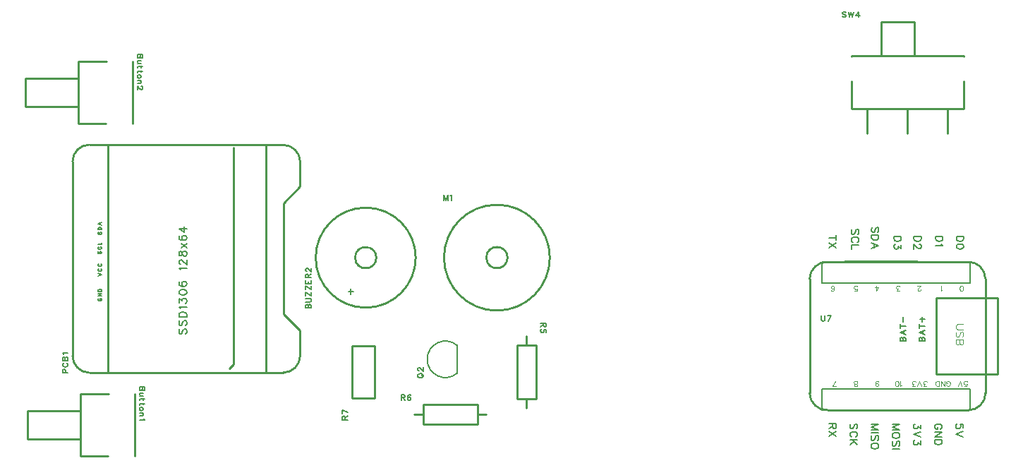
<source format=gto>
G04 Layer: TopSilkscreenLayer*
G04 EasyEDA Pro v2.2.38.8, 2025-04-29 09:25:40*
G04 Gerber Generator version 0.3*
G04 Scale: 100 percent, Rotated: No, Reflected: No*
G04 Dimensions in millimeters*
G04 Leading zeros omitted, absolute positions, 4 integers and 5 decimals*
%FSLAX45Y45*%
%MOMM*%
%ADD10C,0.1524*%
%ADD11C,0.2032*%
%ADD12C,0.08534*%
%ADD13C,0.12192*%
%ADD14C,0.15001*%
%ADD15C,0.2557*%
%ADD16C,0.254*%
%ADD17C,0.127*%
%ADD18C,0.15199*%
G75*


G04 Text Start*
G54D10*
G01X4541605Y-1760021D02*
G01X4541605Y-1825045D01*
G01X4541605Y-1760021D02*
G01X4566497Y-1825045D01*
G01X4591135Y-1760021D02*
G01X4566497Y-1825045D01*
G01X4591135Y-1760021D02*
G01X4591135Y-1825045D01*
G01X4621361Y-1772467D02*
G01X4627457Y-1769165D01*
G01X4636601Y-1760021D01*
G01X4636601Y-1825045D01*
G54D11*
G01X396616Y-2732659D02*
G01X435986Y-2717673D01*
G01X396616Y-2702941D02*
G01X435986Y-2717673D01*
G01X406014Y-2645791D02*
G01X402204Y-2647569D01*
G01X398648Y-2651379D01*
G01X396616Y-2654935D01*
G01X396616Y-2662555D01*
G01X398648Y-2666111D01*
G01X402204Y-2669921D01*
G01X406014Y-2671699D01*
G01X411602Y-2673731D01*
G01X421000Y-2673731D01*
G01X426588Y-2671699D01*
G01X430398Y-2669921D01*
G01X433954Y-2666111D01*
G01X435986Y-2662555D01*
G01X435986Y-2654935D01*
G01X433954Y-2651379D01*
G01X430398Y-2647569D01*
G01X426588Y-2645791D01*
G01X406014Y-2588641D02*
G01X402204Y-2590419D01*
G01X398648Y-2594229D01*
G01X396616Y-2597785D01*
G01X396616Y-2605405D01*
G01X398648Y-2608961D01*
G01X402204Y-2612771D01*
G01X406014Y-2614549D01*
G01X411602Y-2616581D01*
G01X421000Y-2616581D01*
G01X426588Y-2614549D01*
G01X430398Y-2612771D01*
G01X433954Y-2608961D01*
G01X435986Y-2605405D01*
G01X435986Y-2597785D01*
G01X433954Y-2594229D01*
G01X430398Y-2590419D01*
G01X426588Y-2588641D01*
G01X406268Y-3004947D02*
G01X402458Y-3006725D01*
G01X398902Y-3010535D01*
G01X396870Y-3014345D01*
G01X396870Y-3021711D01*
G01X398902Y-3025521D01*
G01X402458Y-3029077D01*
G01X406268Y-3031109D01*
G01X411856Y-3032887D01*
G01X421254Y-3032887D01*
G01X426842Y-3031109D01*
G01X430652Y-3029077D01*
G01X434208Y-3025521D01*
G01X436240Y-3021711D01*
G01X436240Y-3014345D01*
G01X434208Y-3010535D01*
G01X430652Y-3006725D01*
G01X426842Y-3004947D01*
G01X421254Y-3004947D01*
G01X421254Y-3014345D02*
G01X421254Y-3004947D01*
G01X396870Y-2975737D02*
G01X436240Y-2975737D01*
G01X396870Y-2975737D02*
G01X436240Y-2949575D01*
G01X396870Y-2949575D02*
G01X436240Y-2949575D01*
G01X396870Y-2920365D02*
G01X436240Y-2920365D01*
G01X396870Y-2920365D02*
G01X396870Y-2907157D01*
G01X398902Y-2901569D01*
G01X402458Y-2898013D01*
G01X406268Y-2895981D01*
G01X411856Y-2894203D01*
G01X421254Y-2894203D01*
G01X426842Y-2895981D01*
G01X430652Y-2898013D01*
G01X434208Y-2901569D01*
G01X436240Y-2907157D01*
G01X436240Y-2920365D01*
G01X400172Y-2441575D02*
G01X396616Y-2445385D01*
G01X394584Y-2450973D01*
G01X394584Y-2458339D01*
G01X396616Y-2463927D01*
G01X400172Y-2467737D01*
G01X403982Y-2467737D01*
G01X407792Y-2465959D01*
G01X409570Y-2463927D01*
G01X411348Y-2460371D01*
G01X415158Y-2449195D01*
G01X417190Y-2445385D01*
G01X418968Y-2443607D01*
G01X422778Y-2441575D01*
G01X428366Y-2441575D01*
G01X431922Y-2445385D01*
G01X433954Y-2450973D01*
G01X433954Y-2458339D01*
G01X431922Y-2463927D01*
G01X428366Y-2467737D01*
G01X403982Y-2384425D02*
G01X400172Y-2386203D01*
G01X396616Y-2390013D01*
G01X394584Y-2393569D01*
G01X394584Y-2401189D01*
G01X396616Y-2404745D01*
G01X400172Y-2408555D01*
G01X403982Y-2410333D01*
G01X409570Y-2412365D01*
G01X418968Y-2412365D01*
G01X424556Y-2410333D01*
G01X428366Y-2408555D01*
G01X431922Y-2404745D01*
G01X433954Y-2401189D01*
G01X433954Y-2393569D01*
G01X431922Y-2390013D01*
G01X428366Y-2386203D01*
G01X424556Y-2384425D01*
G01X394584Y-2355215D02*
G01X433954Y-2355215D01*
G01X433954Y-2355215D02*
G01X433954Y-2332863D01*
G01X401188Y-2206625D02*
G01X397632Y-2210435D01*
G01X395600Y-2216023D01*
G01X395600Y-2223389D01*
G01X397632Y-2228977D01*
G01X401188Y-2232787D01*
G01X404998Y-2232787D01*
G01X408808Y-2231009D01*
G01X410586Y-2228977D01*
G01X412364Y-2225421D01*
G01X416174Y-2214245D01*
G01X418206Y-2210435D01*
G01X419984Y-2208657D01*
G01X423794Y-2206625D01*
G01X429382Y-2206625D01*
G01X432938Y-2210435D01*
G01X434970Y-2216023D01*
G01X434970Y-2223389D01*
G01X432938Y-2228977D01*
G01X429382Y-2232787D01*
G01X395600Y-2177415D02*
G01X434970Y-2177415D01*
G01X395600Y-2177415D02*
G01X395600Y-2164207D01*
G01X397632Y-2158619D01*
G01X401188Y-2155063D01*
G01X404998Y-2153031D01*
G01X410586Y-2151253D01*
G01X419984Y-2151253D01*
G01X425572Y-2153031D01*
G01X429382Y-2155063D01*
G01X432938Y-2158619D01*
G01X434970Y-2164207D01*
G01X434970Y-2177415D01*
G01X395600Y-2107057D02*
G01X434970Y-2122043D01*
G01X395600Y-2107057D02*
G01X434970Y-2092071D01*
G01X421762Y-2116455D02*
G01X421762Y-2097659D01*
G01X1379972Y-3371469D02*
G01X1371336Y-3380359D01*
G01X1367018Y-3393313D01*
G01X1367018Y-3410839D01*
G01X1371336Y-3424047D01*
G01X1379972Y-3432683D01*
G01X1388862Y-3432683D01*
G01X1397498Y-3428365D01*
G01X1401816Y-3424047D01*
G01X1406134Y-3415157D01*
G01X1415024Y-3388995D01*
G01X1419342Y-3380359D01*
G01X1423660Y-3376041D01*
G01X1432550Y-3371469D01*
G01X1445504Y-3371469D01*
G01X1454394Y-3380359D01*
G01X1458712Y-3393313D01*
G01X1458712Y-3410839D01*
G01X1454394Y-3424047D01*
G01X1445504Y-3432683D01*
G01X1379972Y-3269107D02*
G01X1371336Y-3277743D01*
G01X1367018Y-3290951D01*
G01X1367018Y-3308477D01*
G01X1371336Y-3321431D01*
G01X1379972Y-3330321D01*
G01X1388862Y-3330321D01*
G01X1397498Y-3325749D01*
G01X1401816Y-3321431D01*
G01X1406134Y-3312795D01*
G01X1415024Y-3286633D01*
G01X1419342Y-3277743D01*
G01X1423660Y-3273425D01*
G01X1432550Y-3269107D01*
G01X1445504Y-3269107D01*
G01X1454394Y-3277743D01*
G01X1458712Y-3290951D01*
G01X1458712Y-3308477D01*
G01X1454394Y-3321431D01*
G01X1445504Y-3330321D01*
G01X1367018Y-3227959D02*
G01X1458712Y-3227959D01*
G01X1367018Y-3227959D02*
G01X1367018Y-3197225D01*
G01X1371336Y-3184271D01*
G01X1379972Y-3175381D01*
G01X1388862Y-3171063D01*
G01X1401816Y-3166745D01*
G01X1423660Y-3166745D01*
G01X1436868Y-3171063D01*
G01X1445504Y-3175381D01*
G01X1454394Y-3184271D01*
G01X1458712Y-3197225D01*
G01X1458712Y-3227959D01*
G01X1384544Y-3125597D02*
G01X1379972Y-3116707D01*
G01X1367018Y-3103753D01*
G01X1458712Y-3103753D01*
G01X1367018Y-3053715D02*
G01X1367018Y-3005709D01*
G01X1401816Y-3031871D01*
G01X1401816Y-3018917D01*
G01X1406134Y-3010027D01*
G01X1410706Y-3005709D01*
G01X1423660Y-3001391D01*
G01X1432550Y-3001391D01*
G01X1445504Y-3005709D01*
G01X1454394Y-3014345D01*
G01X1458712Y-3027553D01*
G01X1458712Y-3040761D01*
G01X1454394Y-3053715D01*
G01X1449822Y-3058033D01*
G01X1441186Y-3062605D01*
G01X1367018Y-2933827D02*
G01X1371336Y-2947035D01*
G01X1384544Y-2955671D01*
G01X1406134Y-2960243D01*
G01X1419342Y-2960243D01*
G01X1441186Y-2955671D01*
G01X1454394Y-2947035D01*
G01X1458712Y-2933827D01*
G01X1458712Y-2925191D01*
G01X1454394Y-2911983D01*
G01X1441186Y-2903347D01*
G01X1419342Y-2899029D01*
G01X1406134Y-2899029D01*
G01X1384544Y-2903347D01*
G01X1371336Y-2911983D01*
G01X1367018Y-2925191D01*
G01X1367018Y-2933827D01*
G01X1379972Y-2805303D02*
G01X1371336Y-2809621D01*
G01X1367018Y-2822829D01*
G01X1367018Y-2831465D01*
G01X1371336Y-2844673D01*
G01X1384544Y-2853309D01*
G01X1406134Y-2857881D01*
G01X1427978Y-2857881D01*
G01X1445504Y-2853309D01*
G01X1454394Y-2844673D01*
G01X1458712Y-2831465D01*
G01X1458712Y-2827147D01*
G01X1454394Y-2814193D01*
G01X1445504Y-2805303D01*
G01X1432550Y-2800985D01*
G01X1427978Y-2800985D01*
G01X1415024Y-2805303D01*
G01X1406134Y-2814193D01*
G01X1401816Y-2827147D01*
G01X1401816Y-2831465D01*
G01X1406134Y-2844673D01*
G01X1415024Y-2853309D01*
G01X1427978Y-2857881D01*
G01X1384544Y-2662047D02*
G01X1379972Y-2653157D01*
G01X1367018Y-2640203D01*
G01X1458712Y-2640203D01*
G01X1388862Y-2594483D02*
G01X1384544Y-2594483D01*
G01X1375654Y-2590165D01*
G01X1371336Y-2585847D01*
G01X1367018Y-2577211D01*
G01X1367018Y-2559685D01*
G01X1371336Y-2550795D01*
G01X1375654Y-2546477D01*
G01X1384544Y-2542159D01*
G01X1393180Y-2542159D01*
G01X1401816Y-2546477D01*
G01X1415024Y-2555367D01*
G01X1458712Y-2599055D01*
G01X1458712Y-2537841D01*
G01X1367018Y-2474849D02*
G01X1371336Y-2487803D01*
G01X1379972Y-2492121D01*
G01X1388862Y-2492121D01*
G01X1397498Y-2487803D01*
G01X1401816Y-2479167D01*
G01X1406134Y-2461641D01*
G01X1410706Y-2448433D01*
G01X1419342Y-2439797D01*
G01X1427978Y-2435479D01*
G01X1441186Y-2435479D01*
G01X1449822Y-2439797D01*
G01X1454394Y-2444115D01*
G01X1458712Y-2457323D01*
G01X1458712Y-2474849D01*
G01X1454394Y-2487803D01*
G01X1449822Y-2492121D01*
G01X1441186Y-2496693D01*
G01X1427978Y-2496693D01*
G01X1419342Y-2492121D01*
G01X1410706Y-2483485D01*
G01X1406134Y-2470277D01*
G01X1401816Y-2453005D01*
G01X1397498Y-2444115D01*
G01X1388862Y-2439797D01*
G01X1379972Y-2439797D01*
G01X1371336Y-2444115D01*
G01X1367018Y-2457323D01*
G01X1367018Y-2474849D01*
G01X1397498Y-2394331D02*
G01X1458712Y-2346071D01*
G01X1397498Y-2346071D02*
G01X1458712Y-2394331D01*
G01X1379972Y-2252345D02*
G01X1371336Y-2256663D01*
G01X1367018Y-2269871D01*
G01X1367018Y-2278507D01*
G01X1371336Y-2291715D01*
G01X1384544Y-2300351D01*
G01X1406134Y-2304923D01*
G01X1427978Y-2304923D01*
G01X1445504Y-2300351D01*
G01X1454394Y-2291715D01*
G01X1458712Y-2278507D01*
G01X1458712Y-2274189D01*
G01X1454394Y-2261235D01*
G01X1445504Y-2252345D01*
G01X1432550Y-2248027D01*
G01X1427978Y-2248027D01*
G01X1415024Y-2252345D01*
G01X1406134Y-2261235D01*
G01X1401816Y-2274189D01*
G01X1401816Y-2278507D01*
G01X1406134Y-2291715D01*
G01X1415024Y-2300351D01*
G01X1427978Y-2304923D01*
G01X1367018Y-2163191D02*
G01X1427978Y-2206879D01*
G01X1427978Y-2141347D01*
G01X1367018Y-2163191D02*
G01X1458712Y-2163191D01*
G54D10*
G01X-30988Y-3898265D02*
G01X34036Y-3898265D01*
G01X-30988Y-3898265D02*
G01X-30988Y-3870325D01*
G01X-27940Y-3861181D01*
G01X-24892Y-3858133D01*
G01X-18542Y-3854831D01*
G01X-9398Y-3854831D01*
G01X-3302Y-3858133D01*
G01X0Y-3861181D01*
G01X3048Y-3870325D01*
G01X3048Y-3898265D01*
G01X-15494Y-3778377D02*
G01X-21844Y-3781425D01*
G01X-27940Y-3787521D01*
G01X-30988Y-3793871D01*
G01X-30988Y-3806063D01*
G01X-27940Y-3812413D01*
G01X-21844Y-3818509D01*
G01X-15494Y-3821557D01*
G01X-6350Y-3824605D01*
G01X9144Y-3824605D01*
G01X18542Y-3821557D01*
G01X24638Y-3818509D01*
G01X30988Y-3812413D01*
G01X34036Y-3806063D01*
G01X34036Y-3793871D01*
G01X30988Y-3787521D01*
G01X24638Y-3781425D01*
G01X18542Y-3778377D01*
G01X-30988Y-3748151D02*
G01X34036Y-3748151D01*
G01X-30988Y-3748151D02*
G01X-30988Y-3720465D01*
G01X-27940Y-3711067D01*
G01X-24892Y-3708019D01*
G01X-18542Y-3704971D01*
G01X-12446Y-3704971D01*
G01X-6350Y-3708019D01*
G01X-3302Y-3711067D01*
G01X0Y-3720465D01*
G01X0Y-3748151D02*
G01X0Y-3720465D01*
G01X3048Y-3711067D01*
G01X6096Y-3708019D01*
G01X12192Y-3704971D01*
G01X21590Y-3704971D01*
G01X27686Y-3708019D01*
G01X30988Y-3711067D01*
G01X34036Y-3720465D01*
G01X34036Y-3748151D01*
G01X-18542Y-3674745D02*
G01X-21844Y-3668649D01*
G01X-30988Y-3659505D01*
G01X34036Y-3659505D01*
G54D12*
G01X10576369Y-4041775D02*
G01X10579417Y-4047871D01*
G01X10585513Y-4053967D01*
G01X10591609Y-4057015D01*
G01X10603547Y-4057015D01*
G01X10609643Y-4053967D01*
G01X10615485Y-4047871D01*
G01X10618533Y-4041775D01*
G01X10621581Y-4032885D01*
G01X10621581Y-4017899D01*
G01X10618533Y-4008755D01*
G01X10615485Y-4002659D01*
G01X10609643Y-3996817D01*
G01X10603547Y-3993769D01*
G01X10591609Y-3993769D01*
G01X10585513Y-3996817D01*
G01X10579417Y-4002659D01*
G01X10576369Y-4008755D01*
G01X10576369Y-4017899D01*
G01X10591609Y-4017899D02*
G01X10576369Y-4017899D01*
G01X10553509Y-4057015D02*
G01X10553509Y-3993769D01*
G01X10553509Y-4057015D02*
G01X10511345Y-3993769D01*
G01X10511345Y-4057015D02*
G01X10511345Y-3993769D01*
G01X10488485Y-4057015D02*
G01X10488485Y-3993769D01*
G01X10488485Y-4057015D02*
G01X10467403Y-4057015D01*
G01X10458259Y-4053967D01*
G01X10452163Y-4047871D01*
G01X10449115Y-4041775D01*
G01X10446321Y-4032885D01*
G01X10446321Y-4017899D01*
G01X10449115Y-4008755D01*
G01X10452163Y-4002659D01*
G01X10458259Y-3996817D01*
G01X10467403Y-3993769D01*
G01X10488485Y-3993769D01*
G01X10790884Y-4057015D02*
G01X10820856Y-4057015D01*
G01X10823904Y-4029837D01*
G01X10820856Y-4032885D01*
G01X10811966Y-4035933D01*
G01X10802822Y-4035933D01*
G01X10793932Y-4032885D01*
G01X10787836Y-4026789D01*
G01X10784788Y-4017899D01*
G01X10784788Y-4011803D01*
G01X10787836Y-4002659D01*
G01X10793932Y-3996817D01*
G01X10802822Y-3993769D01*
G01X10811966Y-3993769D01*
G01X10820856Y-3996817D01*
G01X10823904Y-3999611D01*
G01X10826952Y-4005707D01*
G01X10761928Y-4057015D02*
G01X10737798Y-3993769D01*
G01X10713668Y-4057015D02*
G01X10737798Y-3993769D01*
G01X9472412Y-2913367D02*
G01X9502130Y-2913367D01*
G01X9505178Y-2886697D01*
G01X9502130Y-2889745D01*
G01X9493240Y-2892793D01*
G01X9484350Y-2892793D01*
G01X9475460Y-2889745D01*
G01X9469618Y-2883903D01*
G01X9466570Y-2875013D01*
G01X9466570Y-2868917D01*
G01X9469618Y-2860027D01*
G01X9475460Y-2854185D01*
G01X9484350Y-2851137D01*
G01X9493240Y-2851137D01*
G01X9502130Y-2854185D01*
G01X9505178Y-2857233D01*
G01X9507972Y-2863075D01*
G01X10336085Y-4057015D02*
G01X10303065Y-4057015D01*
G01X10321099Y-4032885D01*
G01X10312209Y-4032885D01*
G01X10306113Y-4029837D01*
G01X10303065Y-4026789D01*
G01X10300017Y-4017899D01*
G01X10300017Y-4011803D01*
G01X10303065Y-4002659D01*
G01X10309161Y-3996817D01*
G01X10318051Y-3993769D01*
G01X10327195Y-3993769D01*
G01X10336085Y-3996817D01*
G01X10339133Y-3999611D01*
G01X10342181Y-4005707D01*
G01X10277157Y-4057015D02*
G01X10253027Y-3993769D01*
G01X10228897Y-4057015D02*
G01X10253027Y-3993769D01*
G01X10199941Y-4057015D02*
G01X10166667Y-4057015D01*
G01X10184955Y-4032885D01*
G01X10175811Y-4032885D01*
G01X10169715Y-4029837D01*
G01X10166667Y-4026789D01*
G01X10163873Y-4017899D01*
G01X10163873Y-4011803D01*
G01X10166667Y-4002659D01*
G01X10172763Y-3996817D01*
G01X10181907Y-3993769D01*
G01X10190797Y-3993769D01*
G01X10199941Y-3996817D01*
G01X10202989Y-3999611D01*
G01X10206037Y-4005707D01*
G01X10039552Y-4044823D02*
G01X10033456Y-4047871D01*
G01X10024566Y-4057015D01*
G01X10024566Y-3993769D01*
G01X9983418Y-4057015D02*
G01X9992562Y-4053967D01*
G01X9998658Y-4044823D01*
G01X10001706Y-4029837D01*
G01X10001706Y-4020693D01*
G01X9998658Y-4005707D01*
G01X9992562Y-3996817D01*
G01X9983418Y-3993769D01*
G01X9977576Y-3993769D01*
G01X9968432Y-3996817D01*
G01X9962336Y-4005707D01*
G01X9959542Y-4020693D01*
G01X9959542Y-4029837D01*
G01X9962336Y-4044823D01*
G01X9968432Y-4053967D01*
G01X9977576Y-4057015D01*
G01X9983418Y-4057015D01*
G01X9212570Y-4056367D02*
G01X9242288Y-3994137D01*
G01X9253972Y-4056367D02*
G01X9212570Y-4056367D01*
G01X9493240Y-4056367D02*
G01X9502130Y-4053319D01*
G01X9505178Y-4047477D01*
G01X9505178Y-4041635D01*
G01X9502130Y-4035793D01*
G01X9496288Y-4032745D01*
G01X9484350Y-4029697D01*
G01X9475460Y-4026903D01*
G01X9469618Y-4020807D01*
G01X9466570Y-4014965D01*
G01X9466570Y-4006075D01*
G01X9469618Y-4000233D01*
G01X9472412Y-3997185D01*
G01X9481302Y-3994137D01*
G01X9493240Y-3994137D01*
G01X9502130Y-3997185D01*
G01X9505178Y-4000233D01*
G01X9507972Y-4006075D01*
G01X9507972Y-4014965D01*
G01X9505178Y-4020807D01*
G01X9499082Y-4026903D01*
G01X9490192Y-4029697D01*
G01X9478508Y-4032745D01*
G01X9472412Y-4035793D01*
G01X9469618Y-4041635D01*
G01X9469618Y-4047477D01*
G01X9472412Y-4053319D01*
G01X9481302Y-4056367D01*
G01X9493240Y-4056367D01*
G01X9723618Y-4035793D02*
G01X9726412Y-4026903D01*
G01X9732508Y-4020807D01*
G01X9741398Y-4018013D01*
G01X9744192Y-4018013D01*
G01X9753082Y-4020807D01*
G01X9759178Y-4026903D01*
G01X9761972Y-4035793D01*
G01X9761972Y-4038587D01*
G01X9759178Y-4047477D01*
G01X9753082Y-4053319D01*
G01X9744192Y-4056367D01*
G01X9741398Y-4056367D01*
G01X9732508Y-4053319D01*
G01X9726412Y-4047477D01*
G01X9723618Y-4035793D01*
G01X9723618Y-4020807D01*
G01X9726412Y-4006075D01*
G01X9732508Y-3997185D01*
G01X9741398Y-3994137D01*
G01X9747240Y-3994137D01*
G01X9756130Y-3997185D01*
G01X9759178Y-4003027D01*
G01X10760192Y-2913367D02*
G01X10769082Y-2910319D01*
G01X10775178Y-2901683D01*
G01X10777972Y-2886697D01*
G01X10777972Y-2877807D01*
G01X10775178Y-2863075D01*
G01X10769082Y-2854185D01*
G01X10760192Y-2851137D01*
G01X10754350Y-2851137D01*
G01X10745460Y-2854185D01*
G01X10739618Y-2863075D01*
G01X10736570Y-2877807D01*
G01X10736570Y-2886697D01*
G01X10739618Y-2901683D01*
G01X10745460Y-2910319D01*
G01X10754350Y-2913367D01*
G01X10760192Y-2913367D01*
G01X10523972Y-2901683D02*
G01X10518130Y-2904477D01*
G01X10509240Y-2913367D01*
G01X10509240Y-2851137D01*
G01X9193012Y-2904477D02*
G01X9196060Y-2910319D01*
G01X9204950Y-2913367D01*
G01X9210792Y-2913367D01*
G01X9219682Y-2910319D01*
G01X9225778Y-2901683D01*
G01X9228572Y-2886697D01*
G01X9228572Y-2871965D01*
G01X9225778Y-2860027D01*
G01X9219682Y-2854185D01*
G01X9210792Y-2851137D01*
G01X9207998Y-2851137D01*
G01X9199108Y-2854185D01*
G01X9193012Y-2860027D01*
G01X9190218Y-2868917D01*
G01X9190218Y-2871965D01*
G01X9193012Y-2880855D01*
G01X9199108Y-2886697D01*
G01X9207998Y-2889745D01*
G01X9210792Y-2889745D01*
G01X9219682Y-2886697D01*
G01X9225778Y-2880855D01*
G01X9228572Y-2871965D01*
G01X10267178Y-2898635D02*
G01X10267178Y-2901683D01*
G01X10264130Y-2907525D01*
G01X10261082Y-2910319D01*
G01X10255240Y-2913367D01*
G01X10243302Y-2913367D01*
G01X10237460Y-2910319D01*
G01X10234412Y-2907525D01*
G01X10231618Y-2901683D01*
G01X10231618Y-2895587D01*
G01X10234412Y-2889745D01*
G01X10240508Y-2880855D01*
G01X10269972Y-2851137D01*
G01X10228570Y-2851137D01*
G01X10010130Y-2913367D02*
G01X9977618Y-2913367D01*
G01X9995398Y-2889745D01*
G01X9986508Y-2889745D01*
G01X9980412Y-2886697D01*
G01X9977618Y-2883903D01*
G01X9974570Y-2875013D01*
G01X9974570Y-2868917D01*
G01X9977618Y-2860027D01*
G01X9983460Y-2854185D01*
G01X9992350Y-2851137D01*
G01X10001240Y-2851137D01*
G01X10010130Y-2854185D01*
G01X10013178Y-2857233D01*
G01X10015972Y-2863075D01*
G01X9732508Y-2913367D02*
G01X9761972Y-2871965D01*
G01X9717522Y-2871965D01*
G01X9732508Y-2913367D02*
G01X9732508Y-2851137D01*
G54D13*
G01X10779409Y-3313808D02*
G01X10714893Y-3313808D01*
G01X10701939Y-3318126D01*
G01X10693303Y-3326762D01*
G01X10689239Y-3339716D01*
G01X10689239Y-3348098D01*
G01X10693303Y-3361052D01*
G01X10701939Y-3369688D01*
G01X10714893Y-3374006D01*
G01X10779409Y-3374006D01*
G01X10766455Y-3466970D02*
G01X10775091Y-3458334D01*
G01X10779409Y-3445634D01*
G01X10779409Y-3428362D01*
G01X10775091Y-3415408D01*
G01X10766455Y-3406772D01*
G01X10757819Y-3406772D01*
G01X10749437Y-3411090D01*
G01X10745119Y-3415408D01*
G01X10740801Y-3424044D01*
G01X10732165Y-3449952D01*
G01X10727847Y-3458334D01*
G01X10723529Y-3462652D01*
G01X10714893Y-3466970D01*
G01X10701939Y-3466970D01*
G01X10693303Y-3458334D01*
G01X10689239Y-3445634D01*
G01X10689239Y-3428362D01*
G01X10693303Y-3415408D01*
G01X10701939Y-3406772D01*
G01X10779409Y-3499736D02*
G01X10689239Y-3499736D01*
G01X10779409Y-3499736D02*
G01X10779409Y-3538598D01*
G01X10775091Y-3551298D01*
G01X10770773Y-3555616D01*
G01X10762137Y-3559934D01*
G01X10753755Y-3559934D01*
G01X10745119Y-3555616D01*
G01X10740801Y-3551298D01*
G01X10736483Y-3538598D01*
G01X10736483Y-3499736D02*
G01X10736483Y-3538598D01*
G01X10732165Y-3551298D01*
G01X10727847Y-3555616D01*
G01X10719211Y-3559934D01*
G01X10706257Y-3559934D01*
G01X10697621Y-3555616D01*
G01X10693303Y-3551298D01*
G01X10689239Y-3538598D01*
G01X10689239Y-3499736D01*
G54D14*
G01X9750359Y-2211739D02*
G01X9758741Y-2203357D01*
G01X9762805Y-2190911D01*
G01X9762805Y-2174401D01*
G01X9758741Y-2161955D01*
G01X9750359Y-2153827D01*
G01X9741977Y-2153827D01*
G01X9733849Y-2157891D01*
G01X9729531Y-2161955D01*
G01X9725467Y-2170337D01*
G01X9717339Y-2194975D01*
G01X9713021Y-2203357D01*
G01X9708957Y-2207421D01*
G01X9700575Y-2211739D01*
G01X9688129Y-2211739D01*
G01X9680001Y-2203357D01*
G01X9675937Y-2190911D01*
G01X9675937Y-2174401D01*
G01X9680001Y-2161955D01*
G01X9688129Y-2153827D01*
G01X9762805Y-2246537D02*
G01X9675937Y-2246537D01*
G01X9762805Y-2246537D02*
G01X9762805Y-2275493D01*
G01X9758741Y-2287939D01*
G01X9750359Y-2296321D01*
G01X9741977Y-2300385D01*
G01X9729531Y-2304449D01*
G01X9708957Y-2304449D01*
G01X9696511Y-2300385D01*
G01X9688129Y-2296321D01*
G01X9680001Y-2287939D01*
G01X9675937Y-2275493D01*
G01X9675937Y-2246537D01*
G01X9762805Y-2372521D02*
G01X9675937Y-2339247D01*
G01X9762805Y-2372521D02*
G01X9675937Y-2405541D01*
G01X9704893Y-2351693D02*
G01X9704893Y-2393095D01*
G01X9510354Y-2231754D02*
G01X9518736Y-2223372D01*
G01X9522800Y-2210926D01*
G01X9522800Y-2194416D01*
G01X9518736Y-2181970D01*
G01X9510354Y-2173842D01*
G01X9501972Y-2173842D01*
G01X9493844Y-2177906D01*
G01X9489526Y-2181970D01*
G01X9485462Y-2190352D01*
G01X9477334Y-2214990D01*
G01X9473016Y-2223372D01*
G01X9468952Y-2227436D01*
G01X9460570Y-2231754D01*
G01X9448124Y-2231754D01*
G01X9439996Y-2223372D01*
G01X9435932Y-2210926D01*
G01X9435932Y-2194416D01*
G01X9439996Y-2181970D01*
G01X9448124Y-2173842D01*
G01X9501972Y-2328782D02*
G01X9510354Y-2324464D01*
G01X9518736Y-2316336D01*
G01X9522800Y-2307954D01*
G01X9522800Y-2291444D01*
G01X9518736Y-2283062D01*
G01X9510354Y-2274934D01*
G01X9501972Y-2270870D01*
G01X9489526Y-2266552D01*
G01X9468952Y-2266552D01*
G01X9456506Y-2270870D01*
G01X9448124Y-2274934D01*
G01X9439996Y-2283062D01*
G01X9435932Y-2291444D01*
G01X9435932Y-2307954D01*
G01X9439996Y-2316336D01*
G01X9448124Y-2324464D01*
G01X9456506Y-2328782D01*
G01X9522800Y-2363580D02*
G01X9435932Y-2363580D01*
G01X9435932Y-2363580D02*
G01X9435932Y-2413364D01*
G01X9252798Y-2274345D02*
G01X9165930Y-2274345D01*
G01X9252798Y-2245389D02*
G01X9252798Y-2303301D01*
G01X9252798Y-2338099D02*
G01X9165930Y-2396011D01*
G01X9252798Y-2396011D02*
G01X9165930Y-2338099D01*
G01X10032807Y-2260782D02*
G01X9945939Y-2260782D01*
G01X10032807Y-2260782D02*
G01X10032807Y-2289738D01*
G01X10028743Y-2301930D01*
G01X10020361Y-2310312D01*
G01X10011979Y-2314376D01*
G01X9999533Y-2318694D01*
G01X9978959Y-2318694D01*
G01X9966513Y-2314376D01*
G01X9958131Y-2310312D01*
G01X9950003Y-2301930D01*
G01X9945939Y-2289738D01*
G01X9945939Y-2260782D01*
G01X10032807Y-2361874D02*
G01X10032807Y-2407340D01*
G01X9999533Y-2382448D01*
G01X9999533Y-2394894D01*
G01X9995469Y-2403276D01*
G01X9991405Y-2407340D01*
G01X9978959Y-2411404D01*
G01X9970577Y-2411404D01*
G01X9958131Y-2407340D01*
G01X9950003Y-2399212D01*
G01X9945939Y-2386766D01*
G01X9945939Y-2374320D01*
G01X9950003Y-2361874D01*
G01X9954067Y-2357810D01*
G01X9962449Y-2353492D01*
G01X10272786Y-2260782D02*
G01X10185918Y-2260782D01*
G01X10272786Y-2260782D02*
G01X10272786Y-2289738D01*
G01X10268722Y-2301930D01*
G01X10260340Y-2310312D01*
G01X10251958Y-2314376D01*
G01X10239512Y-2318694D01*
G01X10218938Y-2318694D01*
G01X10206492Y-2314376D01*
G01X10198110Y-2310312D01*
G01X10189982Y-2301930D01*
G01X10185918Y-2289738D01*
G01X10185918Y-2260782D01*
G01X10251958Y-2357810D02*
G01X10256276Y-2357810D01*
G01X10264404Y-2361874D01*
G01X10268722Y-2365938D01*
G01X10272786Y-2374320D01*
G01X10272786Y-2390830D01*
G01X10268722Y-2399212D01*
G01X10264404Y-2403276D01*
G01X10256276Y-2407340D01*
G01X10247894Y-2407340D01*
G01X10239512Y-2403276D01*
G01X10227320Y-2394894D01*
G01X10185918Y-2353492D01*
G01X10185918Y-2411404D01*
G01X10782793Y-2260782D02*
G01X10695925Y-2260782D01*
G01X10782793Y-2260782D02*
G01X10782793Y-2289738D01*
G01X10778729Y-2301930D01*
G01X10770347Y-2310312D01*
G01X10761965Y-2314376D01*
G01X10749519Y-2318694D01*
G01X10728945Y-2318694D01*
G01X10716499Y-2314376D01*
G01X10708117Y-2310312D01*
G01X10699989Y-2301930D01*
G01X10695925Y-2289738D01*
G01X10695925Y-2260782D01*
G01X10782793Y-2378384D02*
G01X10778729Y-2365938D01*
G01X10766283Y-2357810D01*
G01X10745455Y-2353492D01*
G01X10733009Y-2353492D01*
G01X10712435Y-2357810D01*
G01X10699989Y-2365938D01*
G01X10695925Y-2378384D01*
G01X10695925Y-2386766D01*
G01X10699989Y-2399212D01*
G01X10712435Y-2407340D01*
G01X10733009Y-2411404D01*
G01X10745455Y-2411404D01*
G01X10766283Y-2407340D01*
G01X10778729Y-2399212D01*
G01X10782793Y-2386766D01*
G01X10782793Y-2378384D01*
G01X10532806Y-2260782D02*
G01X10445938Y-2260782D01*
G01X10532806Y-2260782D02*
G01X10532806Y-2289738D01*
G01X10528742Y-2301930D01*
G01X10520360Y-2310312D01*
G01X10511978Y-2314376D01*
G01X10499532Y-2318694D01*
G01X10478958Y-2318694D01*
G01X10466512Y-2314376D01*
G01X10458130Y-2310312D01*
G01X10450002Y-2301930D01*
G01X10445938Y-2289738D01*
G01X10445938Y-2260782D01*
G01X10516296Y-2353492D02*
G01X10520360Y-2361874D01*
G01X10532806Y-2374320D01*
G01X10445938Y-2374320D01*
G01X9760798Y-4512095D02*
G01X9673930Y-4512095D01*
G01X9760798Y-4512095D02*
G01X9673930Y-4545115D01*
G01X9760798Y-4578135D02*
G01X9673930Y-4545115D01*
G01X9760798Y-4578135D02*
G01X9673930Y-4578135D01*
G01X9760798Y-4612933D02*
G01X9673930Y-4612933D01*
G01X9748352Y-4705897D02*
G01X9756734Y-4697515D01*
G01X9760798Y-4685069D01*
G01X9760798Y-4668559D01*
G01X9756734Y-4656113D01*
G01X9748352Y-4647985D01*
G01X9739970Y-4647985D01*
G01X9731842Y-4652049D01*
G01X9727524Y-4656113D01*
G01X9723460Y-4664495D01*
G01X9715332Y-4689387D01*
G01X9711014Y-4697515D01*
G01X9706950Y-4701579D01*
G01X9698568Y-4705897D01*
G01X9686122Y-4705897D01*
G01X9677994Y-4697515D01*
G01X9673930Y-4685069D01*
G01X9673930Y-4668559D01*
G01X9677994Y-4656113D01*
G01X9686122Y-4647985D01*
G01X9760798Y-4765587D02*
G01X9756734Y-4757205D01*
G01X9748352Y-4749077D01*
G01X9739970Y-4745013D01*
G01X9727524Y-4740695D01*
G01X9706950Y-4740695D01*
G01X9694504Y-4745013D01*
G01X9686122Y-4749077D01*
G01X9677994Y-4757205D01*
G01X9673930Y-4765587D01*
G01X9673930Y-4782097D01*
G01X9677994Y-4790479D01*
G01X9686122Y-4798607D01*
G01X9694504Y-4802925D01*
G01X9706950Y-4806989D01*
G01X9727524Y-4806989D01*
G01X9739970Y-4802925D01*
G01X9748352Y-4798607D01*
G01X9756734Y-4790479D01*
G01X9760798Y-4782097D01*
G01X9760798Y-4765587D01*
G01X9494352Y-4566954D02*
G01X9502734Y-4558572D01*
G01X9506798Y-4546126D01*
G01X9506798Y-4529616D01*
G01X9502734Y-4517170D01*
G01X9494352Y-4509042D01*
G01X9485970Y-4509042D01*
G01X9477842Y-4513106D01*
G01X9473524Y-4517170D01*
G01X9469460Y-4525552D01*
G01X9461332Y-4550190D01*
G01X9457014Y-4558572D01*
G01X9452950Y-4562636D01*
G01X9444568Y-4566954D01*
G01X9432122Y-4566954D01*
G01X9423994Y-4558572D01*
G01X9419930Y-4546126D01*
G01X9419930Y-4529616D01*
G01X9423994Y-4517170D01*
G01X9432122Y-4509042D01*
G01X9485970Y-4663982D02*
G01X9494352Y-4659664D01*
G01X9502734Y-4651536D01*
G01X9506798Y-4643154D01*
G01X9506798Y-4626644D01*
G01X9502734Y-4618262D01*
G01X9494352Y-4610134D01*
G01X9485970Y-4606070D01*
G01X9473524Y-4601752D01*
G01X9452950Y-4601752D01*
G01X9440504Y-4606070D01*
G01X9432122Y-4610134D01*
G01X9423994Y-4618262D01*
G01X9419930Y-4626644D01*
G01X9419930Y-4643154D01*
G01X9423994Y-4651536D01*
G01X9432122Y-4659664D01*
G01X9440504Y-4663982D01*
G01X9506798Y-4698780D02*
G01X9419930Y-4698780D01*
G01X9506798Y-4756692D02*
G01X9448886Y-4698780D01*
G01X9469460Y-4719608D02*
G01X9419930Y-4756692D01*
G01X9252798Y-4505989D02*
G01X9165930Y-4505989D01*
G01X9252798Y-4505989D02*
G01X9252798Y-4543073D01*
G01X9248734Y-4555519D01*
G01X9244416Y-4559583D01*
G01X9236288Y-4563901D01*
G01X9227906Y-4563901D01*
G01X9219524Y-4559583D01*
G01X9215460Y-4555519D01*
G01X9211396Y-4543073D01*
G01X9211396Y-4505989D01*
G01X9211396Y-4534945D02*
G01X9165930Y-4563901D01*
G01X9252798Y-4598699D02*
G01X9165930Y-4656611D01*
G01X9252798Y-4656611D02*
G01X9165930Y-4598699D01*
G01X10014798Y-4512095D02*
G01X9927930Y-4512095D01*
G01X10014798Y-4512095D02*
G01X9927930Y-4545115D01*
G01X10014798Y-4578135D02*
G01X9927930Y-4545115D01*
G01X10014798Y-4578135D02*
G01X9927930Y-4578135D01*
G01X10014798Y-4637825D02*
G01X10010734Y-4629443D01*
G01X10002352Y-4621315D01*
G01X9993970Y-4617251D01*
G01X9981524Y-4612933D01*
G01X9960950Y-4612933D01*
G01X9948504Y-4617251D01*
G01X9940122Y-4621315D01*
G01X9931994Y-4629443D01*
G01X9927930Y-4637825D01*
G01X9927930Y-4654335D01*
G01X9931994Y-4662717D01*
G01X9940122Y-4670845D01*
G01X9948504Y-4675163D01*
G01X9960950Y-4679227D01*
G01X9981524Y-4679227D01*
G01X9993970Y-4675163D01*
G01X10002352Y-4670845D01*
G01X10010734Y-4662717D01*
G01X10014798Y-4654335D01*
G01X10014798Y-4637825D01*
G01X10002352Y-4771937D02*
G01X10010734Y-4763809D01*
G01X10014798Y-4751363D01*
G01X10014798Y-4734853D01*
G01X10010734Y-4722407D01*
G01X10002352Y-4714025D01*
G01X9993970Y-4714025D01*
G01X9985842Y-4718343D01*
G01X9981524Y-4722407D01*
G01X9977460Y-4730535D01*
G01X9969332Y-4755427D01*
G01X9965014Y-4763809D01*
G01X9960950Y-4767873D01*
G01X9952568Y-4771937D01*
G01X9940122Y-4771937D01*
G01X9931994Y-4763809D01*
G01X9927930Y-4751363D01*
G01X9927930Y-4734853D01*
G01X9931994Y-4722407D01*
G01X9940122Y-4714025D01*
G01X10014798Y-4806735D02*
G01X9927930Y-4806735D01*
G01X10268798Y-4517170D02*
G01X10268798Y-4562636D01*
G01X10235524Y-4537998D01*
G01X10235524Y-4550190D01*
G01X10231460Y-4558572D01*
G01X10227396Y-4562636D01*
G01X10214950Y-4566954D01*
G01X10206568Y-4566954D01*
G01X10194122Y-4562636D01*
G01X10185994Y-4554508D01*
G01X10181930Y-4542062D01*
G01X10181930Y-4529616D01*
G01X10185994Y-4517170D01*
G01X10190058Y-4513106D01*
G01X10198440Y-4509042D01*
G01X10268798Y-4601752D02*
G01X10181930Y-4635026D01*
G01X10268798Y-4668046D02*
G01X10181930Y-4635026D01*
G01X10268798Y-4711226D02*
G01X10268798Y-4756692D01*
G01X10235524Y-4731800D01*
G01X10235524Y-4744246D01*
G01X10231460Y-4752628D01*
G01X10227396Y-4756692D01*
G01X10214950Y-4760756D01*
G01X10206568Y-4760756D01*
G01X10194122Y-4756692D01*
G01X10185994Y-4748564D01*
G01X10181930Y-4736118D01*
G01X10181930Y-4723672D01*
G01X10185994Y-4711226D01*
G01X10190058Y-4707162D01*
G01X10198440Y-4702844D01*
G01X10776798Y-4555519D02*
G01X10776798Y-4514117D01*
G01X10739460Y-4510053D01*
G01X10743524Y-4514117D01*
G01X10747842Y-4526563D01*
G01X10747842Y-4539009D01*
G01X10743524Y-4551455D01*
G01X10735396Y-4559583D01*
G01X10722950Y-4563901D01*
G01X10714568Y-4563901D01*
G01X10702122Y-4559583D01*
G01X10693994Y-4551455D01*
G01X10689930Y-4539009D01*
G01X10689930Y-4526563D01*
G01X10693994Y-4514117D01*
G01X10698058Y-4510053D01*
G01X10706440Y-4505989D01*
G01X10776798Y-4598699D02*
G01X10689930Y-4631973D01*
G01X10776798Y-4664993D02*
G01X10689930Y-4631973D01*
G01X10501970Y-4571018D02*
G01X10510352Y-4566954D01*
G01X10518734Y-4558572D01*
G01X10522798Y-4550190D01*
G01X10522798Y-4533680D01*
G01X10518734Y-4525552D01*
G01X10510352Y-4517170D01*
G01X10501970Y-4513106D01*
G01X10489524Y-4509042D01*
G01X10468950Y-4509042D01*
G01X10456504Y-4513106D01*
G01X10448122Y-4517170D01*
G01X10439994Y-4525552D01*
G01X10435930Y-4533680D01*
G01X10435930Y-4550190D01*
G01X10439994Y-4558572D01*
G01X10448122Y-4566954D01*
G01X10456504Y-4571018D01*
G01X10468950Y-4571018D01*
G01X10468950Y-4550190D02*
G01X10468950Y-4571018D01*
G01X10522798Y-4605816D02*
G01X10435930Y-4605816D01*
G01X10522798Y-4605816D02*
G01X10435930Y-4663728D01*
G01X10522798Y-4663728D02*
G01X10435930Y-4663728D01*
G01X10522798Y-4698526D02*
G01X10435930Y-4698526D01*
G01X10522798Y-4698526D02*
G01X10522798Y-4727482D01*
G01X10518734Y-4739928D01*
G01X10510352Y-4748310D01*
G01X10501970Y-4752374D01*
G01X10489524Y-4756438D01*
G01X10468950Y-4756438D01*
G01X10456504Y-4752374D01*
G01X10448122Y-4748310D01*
G01X10439994Y-4739928D01*
G01X10435930Y-4727482D01*
G01X10435930Y-4698526D01*
G01X10020822Y-3516059D02*
G01X10088386Y-3516059D01*
G01X10020822Y-3516059D02*
G01X10020822Y-3487103D01*
G01X10023870Y-3477451D01*
G01X10027172Y-3474403D01*
G01X10033522Y-3471101D01*
G01X10040126Y-3471101D01*
G01X10046476Y-3474403D01*
G01X10049778Y-3477451D01*
G01X10052826Y-3487103D01*
G01X10052826Y-3516059D02*
G01X10052826Y-3487103D01*
G01X10056128Y-3477451D01*
G01X10059430Y-3474403D01*
G01X10065780Y-3471101D01*
G01X10075432Y-3471101D01*
G01X10081782Y-3474403D01*
G01X10085084Y-3477451D01*
G01X10088386Y-3487103D01*
G01X10088386Y-3516059D01*
G01X10020822Y-3414967D02*
G01X10088386Y-3440621D01*
G01X10020822Y-3414967D02*
G01X10088386Y-3389059D01*
G01X10065780Y-3430969D02*
G01X10065780Y-3398711D01*
G01X10020822Y-3335973D02*
G01X10088386Y-3335973D01*
G01X10020822Y-3358579D02*
G01X10020822Y-3313621D01*
G01X10059430Y-3283141D02*
G01X10059430Y-3225229D01*
G01X10249422Y-3516059D02*
G01X10316986Y-3516059D01*
G01X10249422Y-3516059D02*
G01X10249422Y-3487103D01*
G01X10252470Y-3477451D01*
G01X10255772Y-3474403D01*
G01X10262122Y-3471101D01*
G01X10268726Y-3471101D01*
G01X10275076Y-3474403D01*
G01X10278378Y-3477451D01*
G01X10281426Y-3487103D01*
G01X10281426Y-3516059D02*
G01X10281426Y-3487103D01*
G01X10284728Y-3477451D01*
G01X10288030Y-3474403D01*
G01X10294380Y-3471101D01*
G01X10304032Y-3471101D01*
G01X10310382Y-3474403D01*
G01X10313684Y-3477451D01*
G01X10316986Y-3487103D01*
G01X10316986Y-3516059D01*
G01X10249422Y-3414967D02*
G01X10316986Y-3440621D01*
G01X10249422Y-3414967D02*
G01X10316986Y-3389059D01*
G01X10294380Y-3430969D02*
G01X10294380Y-3398711D01*
G01X10249422Y-3335973D02*
G01X10316986Y-3335973D01*
G01X10249422Y-3358579D02*
G01X10249422Y-3313621D01*
G01X10259074Y-3254185D02*
G01X10316986Y-3254185D01*
G01X10288030Y-3283141D02*
G01X10288030Y-3225229D01*
G54D10*
G01X9075423Y-3209768D02*
G01X9075423Y-3256250D01*
G01X9078471Y-3265394D01*
G01X9084821Y-3271744D01*
G01X9093965Y-3274792D01*
G01X9100315Y-3274792D01*
G01X9109459Y-3271744D01*
G01X9115555Y-3265394D01*
G01X9118857Y-3256250D01*
G01X9118857Y-3209768D01*
G01X9192263Y-3209768D02*
G01X9161275Y-3274792D01*
G01X9149083Y-3209768D02*
G01X9192263Y-3209768D01*
G01X3398774Y-2919971D02*
G01X3461766Y-2919971D01*
G01X3430270Y-2951467D02*
G01X3430270Y-2888475D01*
G01X2887167Y-3119691D02*
G01X2952191Y-3119691D01*
G01X2887167Y-3119691D02*
G01X2887167Y-3091751D01*
G01X2890215Y-3082607D01*
G01X2893263Y-3079559D01*
G01X2899613Y-3076257D01*
G01X2905709Y-3076257D01*
G01X2911805Y-3079559D01*
G01X2914853Y-3082607D01*
G01X2918155Y-3091751D01*
G01X2918155Y-3119691D02*
G01X2918155Y-3091751D01*
G01X2921203Y-3082607D01*
G01X2924251Y-3079559D01*
G01X2930347Y-3076257D01*
G01X2939745Y-3076257D01*
G01X2945841Y-3079559D01*
G01X2949143Y-3082607D01*
G01X2952191Y-3091751D01*
G01X2952191Y-3119691D01*
G01X2887167Y-3046031D02*
G01X2933649Y-3046031D01*
G01X2942793Y-3042983D01*
G01X2949143Y-3036887D01*
G01X2952191Y-3027489D01*
G01X2952191Y-3021393D01*
G01X2949143Y-3011995D01*
G01X2942793Y-3005899D01*
G01X2933649Y-3002851D01*
G01X2887167Y-3002851D01*
G01X2887167Y-2929445D02*
G01X2952191Y-2972625D01*
G01X2887167Y-2972625D02*
G01X2887167Y-2929445D01*
G01X2952191Y-2972625D02*
G01X2952191Y-2929445D01*
G01X2887167Y-2856039D02*
G01X2952191Y-2899219D01*
G01X2887167Y-2899219D02*
G01X2887167Y-2856039D01*
G01X2952191Y-2899219D02*
G01X2952191Y-2856039D01*
G01X2887167Y-2825813D02*
G01X2952191Y-2825813D01*
G01X2887167Y-2825813D02*
G01X2887167Y-2785681D01*
G01X2918155Y-2825813D02*
G01X2918155Y-2801175D01*
G01X2952191Y-2825813D02*
G01X2952191Y-2785681D01*
G01X2887167Y-2755455D02*
G01X2952191Y-2755455D01*
G01X2887167Y-2755455D02*
G01X2887167Y-2727769D01*
G01X2890215Y-2718371D01*
G01X2893263Y-2715323D01*
G01X2899613Y-2712275D01*
G01X2905709Y-2712275D01*
G01X2911805Y-2715323D01*
G01X2914853Y-2718371D01*
G01X2918155Y-2727769D01*
G01X2918155Y-2755455D01*
G01X2918155Y-2733865D02*
G01X2952191Y-2712275D01*
G01X2902661Y-2679001D02*
G01X2899613Y-2679001D01*
G01X2893263Y-2675953D01*
G01X2890215Y-2672905D01*
G01X2887167Y-2666809D01*
G01X2887167Y-2654363D01*
G01X2890215Y-2648013D01*
G01X2893263Y-2644965D01*
G01X2899613Y-2641917D01*
G01X2905709Y-2641917D01*
G01X2911805Y-2644965D01*
G01X2921203Y-2651315D01*
G01X2952191Y-2682049D01*
G01X2952191Y-2638869D01*
G01X4230384Y-3935324D02*
G01X4233432Y-3941420D01*
G01X4239528Y-3947770D01*
G01X4245878Y-3950818D01*
G01X4255022Y-3953866D01*
G01X4270516Y-3953866D01*
G01X4279914Y-3950818D01*
G01X4286010Y-3947770D01*
G01X4292360Y-3941420D01*
G01X4295408Y-3935324D01*
G01X4295408Y-3922878D01*
G01X4292360Y-3916782D01*
G01X4286010Y-3910432D01*
G01X4279914Y-3907384D01*
G01X4270516Y-3904336D01*
G01X4255022Y-3904336D01*
G01X4245878Y-3907384D01*
G01X4239528Y-3910432D01*
G01X4233432Y-3916782D01*
G01X4230384Y-3922878D01*
G01X4230384Y-3935324D01*
G01X4282962Y-3925926D02*
G01X4301504Y-3907384D01*
G01X4245878Y-3871062D02*
G01X4242830Y-3871062D01*
G01X4236480Y-3868014D01*
G01X4233432Y-3864966D01*
G01X4230384Y-3858870D01*
G01X4230384Y-3846424D01*
G01X4233432Y-3840074D01*
G01X4236480Y-3837026D01*
G01X4242830Y-3833978D01*
G01X4248926Y-3833978D01*
G01X4255022Y-3837026D01*
G01X4264420Y-3843376D01*
G01X4295408Y-3874110D01*
G01X4295408Y-3830930D01*
G01X5771835Y-3298828D02*
G01X5706811Y-3298828D01*
G01X5771835Y-3298828D02*
G01X5771835Y-3326768D01*
G01X5768787Y-3335912D01*
G01X5765739Y-3338960D01*
G01X5759389Y-3342262D01*
G01X5753293Y-3342262D01*
G01X5747197Y-3338960D01*
G01X5744149Y-3335912D01*
G01X5740847Y-3326768D01*
G01X5740847Y-3298828D01*
G01X5740847Y-3320418D02*
G01X5706811Y-3342262D01*
G01X5771835Y-3409572D02*
G01X5771835Y-3378584D01*
G01X5744149Y-3375536D01*
G01X5747197Y-3378584D01*
G01X5750245Y-3387728D01*
G01X5750245Y-3397126D01*
G01X5747197Y-3406524D01*
G01X5740847Y-3412620D01*
G01X5731703Y-3415668D01*
G01X5725353Y-3415668D01*
G01X5716209Y-3412620D01*
G01X5709859Y-3406524D01*
G01X5706811Y-3397126D01*
G01X5706811Y-3387728D01*
G01X5709859Y-3378584D01*
G01X5713161Y-3375536D01*
G01X5719257Y-3372488D01*
G01X4035428Y-4159565D02*
G01X4035428Y-4224589D01*
G01X4035428Y-4159565D02*
G01X4063368Y-4159565D01*
G01X4072512Y-4162613D01*
G01X4075560Y-4165661D01*
G01X4078862Y-4172011D01*
G01X4078862Y-4178107D01*
G01X4075560Y-4184203D01*
G01X4072512Y-4187251D01*
G01X4063368Y-4190553D01*
G01X4035428Y-4190553D01*
G01X4057018Y-4190553D02*
G01X4078862Y-4224589D01*
G01X4146172Y-4168709D02*
G01X4143124Y-4162613D01*
G01X4133726Y-4159565D01*
G01X4127630Y-4159565D01*
G01X4118232Y-4162613D01*
G01X4112136Y-4172011D01*
G01X4109088Y-4187251D01*
G01X4109088Y-4202745D01*
G01X4112136Y-4215191D01*
G01X4118232Y-4221541D01*
G01X4127630Y-4224589D01*
G01X4130678Y-4224589D01*
G01X4139822Y-4221541D01*
G01X4146172Y-4215191D01*
G01X4149220Y-4206047D01*
G01X4149220Y-4202745D01*
G01X4146172Y-4193601D01*
G01X4139822Y-4187251D01*
G01X4130678Y-4184203D01*
G01X4127630Y-4184203D01*
G01X4118232Y-4187251D01*
G01X4112136Y-4193601D01*
G01X4109088Y-4202745D01*
G01X3326765Y-4458586D02*
G01X3391789Y-4458586D01*
G01X3326765Y-4458586D02*
G01X3326765Y-4430646D01*
G01X3329813Y-4421502D01*
G01X3332861Y-4418454D01*
G01X3339211Y-4415152D01*
G01X3345307Y-4415152D01*
G01X3351403Y-4418454D01*
G01X3354451Y-4421502D01*
G01X3357753Y-4430646D01*
G01X3357753Y-4458586D01*
G01X3357753Y-4436996D02*
G01X3391789Y-4415152D01*
G01X3326765Y-4341746D02*
G01X3391789Y-4372734D01*
G01X3326765Y-4384926D02*
G01X3326765Y-4341746D01*
G01X9370257Y426293D02*
G01X9363907Y432389D01*
G01X9354763Y435437D01*
G01X9342317Y435437D01*
G01X9332919Y432389D01*
G01X9326823Y426293D01*
G01X9326823Y419943D01*
G01X9329871Y413847D01*
G01X9332919Y410799D01*
G01X9339269Y407751D01*
G01X9357811Y401401D01*
G01X9363907Y398353D01*
G01X9366955Y395305D01*
G01X9370257Y388955D01*
G01X9370257Y379811D01*
G01X9363907Y373461D01*
G01X9354763Y370413D01*
G01X9342317Y370413D01*
G01X9332919Y373461D01*
G01X9326823Y379811D01*
G01X9400483Y435437D02*
G01X9415723Y370413D01*
G01X9431217Y435437D02*
G01X9415723Y370413D01*
G01X9431217Y435437D02*
G01X9446711Y370413D01*
G01X9462205Y435437D02*
G01X9446711Y370413D01*
G01X9523165Y435437D02*
G01X9492431Y392257D01*
G01X9538659Y392257D01*
G01X9523165Y435437D02*
G01X9523165Y370413D01*
G01X955980Y-4062562D02*
G01X890956Y-4062562D01*
G01X955980Y-4062562D02*
G01X955980Y-4090502D01*
G01X952932Y-4099646D01*
G01X949884Y-4102694D01*
G01X943534Y-4105996D01*
G01X937438Y-4105996D01*
G01X931342Y-4102694D01*
G01X928294Y-4099646D01*
G01X924992Y-4090502D01*
G01X924992Y-4062562D02*
G01X924992Y-4090502D01*
G01X921944Y-4099646D01*
G01X918896Y-4102694D01*
G01X912800Y-4105996D01*
G01X903402Y-4105996D01*
G01X897306Y-4102694D01*
G01X894004Y-4099646D01*
G01X890956Y-4090502D01*
G01X890956Y-4062562D01*
G01X934390Y-4136222D02*
G01X903402Y-4136222D01*
G01X894004Y-4139270D01*
G01X890956Y-4145366D01*
G01X890956Y-4154764D01*
G01X894004Y-4160860D01*
G01X903402Y-4170258D01*
G01X934390Y-4170258D02*
G01X890956Y-4170258D01*
G01X955980Y-4209628D02*
G01X903402Y-4209628D01*
G01X894004Y-4212676D01*
G01X890956Y-4219026D01*
G01X890956Y-4225122D01*
G01X934390Y-4200484D02*
G01X934390Y-4222074D01*
G01X955980Y-4264492D02*
G01X903402Y-4264492D01*
G01X894004Y-4267540D01*
G01X890956Y-4273890D01*
G01X890956Y-4279986D01*
G01X934390Y-4255348D02*
G01X934390Y-4276938D01*
G01X934390Y-4325452D02*
G01X931342Y-4319356D01*
G01X924992Y-4313260D01*
G01X915848Y-4310212D01*
G01X909498Y-4310212D01*
G01X900354Y-4313260D01*
G01X894004Y-4319356D01*
G01X890956Y-4325452D01*
G01X890956Y-4334850D01*
G01X894004Y-4340946D01*
G01X900354Y-4347296D01*
G01X909498Y-4350344D01*
G01X915848Y-4350344D01*
G01X924992Y-4347296D01*
G01X931342Y-4340946D01*
G01X934390Y-4334850D01*
G01X934390Y-4325452D01*
G01X934390Y-4380570D02*
G01X890956Y-4380570D01*
G01X921944Y-4380570D02*
G01X931342Y-4389714D01*
G01X934390Y-4395810D01*
G01X934390Y-4405208D01*
G01X931342Y-4411304D01*
G01X921944Y-4414606D01*
G01X890956Y-4414606D01*
G01X943534Y-4444832D02*
G01X946836Y-4450928D01*
G01X955980Y-4460072D01*
G01X890956Y-4460072D01*
G01X930580Y-74762D02*
G01X865556Y-74762D01*
G01X930580Y-74762D02*
G01X930580Y-102702D01*
G01X927532Y-111846D01*
G01X924484Y-114894D01*
G01X918134Y-118196D01*
G01X912038Y-118196D01*
G01X905942Y-114894D01*
G01X902894Y-111846D01*
G01X899592Y-102702D01*
G01X899592Y-74762D02*
G01X899592Y-102702D01*
G01X896544Y-111846D01*
G01X893496Y-114894D01*
G01X887400Y-118196D01*
G01X878002Y-118196D01*
G01X871906Y-114894D01*
G01X868604Y-111846D01*
G01X865556Y-102702D01*
G01X865556Y-74762D01*
G01X908990Y-148422D02*
G01X878002Y-148422D01*
G01X868604Y-151470D01*
G01X865556Y-157566D01*
G01X865556Y-166964D01*
G01X868604Y-173060D01*
G01X878002Y-182458D01*
G01X908990Y-182458D02*
G01X865556Y-182458D01*
G01X930580Y-221828D02*
G01X878002Y-221828D01*
G01X868604Y-224876D01*
G01X865556Y-231226D01*
G01X865556Y-237322D01*
G01X908990Y-212684D02*
G01X908990Y-234274D01*
G01X930580Y-276692D02*
G01X878002Y-276692D01*
G01X868604Y-279740D01*
G01X865556Y-286090D01*
G01X865556Y-292186D01*
G01X908990Y-267548D02*
G01X908990Y-289138D01*
G01X908990Y-337652D02*
G01X905942Y-331556D01*
G01X899592Y-325460D01*
G01X890448Y-322412D01*
G01X884098Y-322412D01*
G01X874954Y-325460D01*
G01X868604Y-331556D01*
G01X865556Y-337652D01*
G01X865556Y-347050D01*
G01X868604Y-353146D01*
G01X874954Y-359496D01*
G01X884098Y-362544D01*
G01X890448Y-362544D01*
G01X899592Y-359496D01*
G01X905942Y-353146D01*
G01X908990Y-347050D01*
G01X908990Y-337652D01*
G01X908990Y-392770D02*
G01X865556Y-392770D01*
G01X896544Y-392770D02*
G01X905942Y-401914D01*
G01X908990Y-408010D01*
G01X908990Y-417408D01*
G01X905942Y-423504D01*
G01X896544Y-426806D01*
G01X865556Y-426806D01*
G01X915086Y-460080D02*
G01X918134Y-460080D01*
G01X924484Y-463128D01*
G01X927532Y-466176D01*
G01X930580Y-472272D01*
G01X930580Y-484718D01*
G01X927532Y-491068D01*
G01X924484Y-494116D01*
G01X918134Y-497164D01*
G01X912038Y-497164D01*
G01X905942Y-494116D01*
G01X896544Y-487766D01*
G01X865556Y-457032D01*
G01X865556Y-500212D01*
G04 Text End*

G04 PolygonModel Start*
G54D16*
G01X5816600Y-2514280D02*
G03X4546685Y-2514613I-634957J-333D01*
G03X5816600Y-2514945I634957J0D01*
G01X5308600Y-2514280D02*
G03X5054599Y-2513643I-127001J152D01*
G03X5308597Y-2514945I127000J-485D01*
G01X2819400Y-3692931D02*
G02X2619400Y-3892931I-200000J0D01*
G01X2619400Y-3892931D02*
G01X419405Y-3892931D01*
G01X419405Y-3892931D02*
G01X289408Y-3892931D01*
G01X89408Y-3692931D02*
G01X89408Y-1362939D01*
G01X289408Y-1162939D02*
G01X2619400Y-1162939D01*
G01X2413000Y-3892931D02*
G01X2413000Y-1192936D01*
G01X2413000Y-1192936D02*
G01X2413000Y-1162939D01*
G01X513004Y-3892931D02*
G01X513004Y-1162939D01*
G01X2819400Y-3689731D02*
G01X2819400Y-3389732D01*
G01X2819400Y-3389732D02*
G01X2619400Y-3189732D01*
G01X2619400Y-3189732D02*
G01X2619400Y-1859737D01*
G01X2619400Y-1859737D02*
G01X2819400Y-1659738D01*
G01X2819400Y-1659738D02*
G01X2819400Y-1359738D01*
G01X289560Y-3893185D02*
G02X89662Y-3693287I0J199898D01*
G01X88646Y-1361313D02*
G02X288544Y-1161415I199898J0D01*
G01X2619756Y-1162939D02*
G02X2819654Y-1362837I0J-199898D01*
G01X2019402Y-1192936D02*
G01X2019402Y-3792931D01*
G01X2019402Y-3792931D02*
G01X1969414Y-3842918D01*
G54D17*
G01X10858500Y-2565400D02*
G01X10858500Y-2819400D01*
G01X10858500Y-2819400D02*
G01X9080500Y-2819400D01*
G01X9080500Y-2819400D02*
G01X9080500Y-2565400D01*
G01X9080500Y-4343400D02*
G01X9080500Y-4089400D01*
G01X9080500Y-4089400D02*
G01X10858500Y-4089400D01*
G01X10858500Y-4089400D02*
G01X10858500Y-4343400D01*
G01X10858500Y-4343400D02*
G01X9080500Y-4343400D01*
G54D16*
G01X11044098Y-4140200D02*
G01X11044098Y-2768600D01*
G01X8933942Y-2768600D02*
G01X8933942Y-4140200D01*
G01X9147302Y-4343400D02*
G01X10840898Y-4343400D01*
G54D17*
G01X9080500Y-4343400D02*
G01X9080500Y-4089400D01*
G01X9080500Y-4089400D02*
G01X10858500Y-4089400D01*
G01X10858500Y-4089400D02*
G01X10858500Y-4343400D01*
G01X10858500Y-4343400D02*
G01X9080500Y-4343400D01*
G54D16*
G01X10452100Y-2997200D02*
G01X11188700Y-2997200D01*
G01X11188700Y-2997200D02*
G01X11188700Y-3908476D01*
G01X11188700Y-3908476D02*
G01X10452100Y-3908476D01*
G01X10452100Y-3908476D02*
G01X10452100Y-2997200D01*
G01X8933942Y-4140200D02*
G03X9147302Y-4343400I208269J5069D01*
G01X9147302Y-2565400D02*
G03X8933942Y-2768600I-5091J-208269D01*
G01X10840898Y-4343400D02*
G03X11044098Y-4140200I0J203200D01*
G01X10840898Y-2565400D02*
G01X9147302Y-2565400D01*
G01X11044098Y-2768600D02*
G03X10974274Y-2615300I-203200J-0D01*
G03X10840898Y-2565400I-133377J-153300D01*
G54D17*
G01X9080500Y-2565400D02*
G01X9619535Y-2559984D01*
G01X10858500Y-2565400D01*
G54D18*
G01X4707397Y-3898788D02*
G01X4707397Y-3568789D01*
G01X4707397Y-3568789D02*
G03X4707280Y-3898798I-143707J-164954D01*
G54D16*
G01X5537200Y-3454321D02*
G01X5537200Y-3561199D01*
G01X5536796Y-4211201D02*
G01X5536796Y-4318079D01*
G01X5422199Y-3561199D02*
G01X5652201Y-3561199D01*
G01X5652201Y-3561199D02*
G01X5652201Y-4211201D01*
G01X5649199Y-4211201D02*
G01X5425201Y-4211201D01*
G01X5422199Y-4211201D02*
G01X5422199Y-3561199D01*
G01X4190921Y-4394200D02*
G01X4297799Y-4394200D01*
G01X4947801Y-4394604D02*
G01X5054679Y-4394604D01*
G01X4297799Y-4509201D02*
G01X4297799Y-4279199D01*
G01X4297799Y-4279199D02*
G01X4947801Y-4279199D01*
G01X4947801Y-4282201D02*
G01X4947801Y-4506199D01*
G01X4947801Y-4509201D02*
G01X4297799Y-4509201D01*
G01X3446402Y-4196199D02*
G01X3446399Y-3576201D01*
G01X3716398Y-4196199D02*
G01X3716401Y-3576201D01*
G01X3716398Y-3576201D02*
G01X3446399Y-3576201D01*
G01X3716401Y-4196199D02*
G01X3446402Y-4196199D01*
G01X10189190Y315803D02*
G01X9789188Y315803D01*
G01X10189190Y315803D02*
G01X10189190Y-84191D01*
G01X9789188Y315803D02*
G01X9789188Y-84191D01*
G01X10591797Y-1022106D02*
G01X10591797Y-725696D01*
G01X10109197Y-1022083D02*
G01X10109197Y-725696D01*
G01X9626597Y-1022104D02*
G01X9626597Y-725696D01*
G01X10784197Y-90195D02*
G01X10784197Y-102420D01*
G01X9434198Y-397970D02*
G01X9434198Y-725696D01*
G01X9434198Y-725696D02*
G01X10782297Y-725696D01*
G01X10782297Y-725696D02*
G01X10782297Y-398087D01*
G01X9434198Y-90195D02*
G01X9434198Y-102420D01*
G01X10784197Y-90195D02*
G01X9434198Y-90195D01*
G01X183807Y-4891184D02*
G01X510007Y-4891184D01*
G01X183807Y-4151198D02*
G01X522707Y-4151198D01*
G01X833806Y-4151198D02*
G01X833806Y-4891184D01*
G01X-451201Y-4691182D02*
G01X183805Y-4691182D01*
G01X-451201Y-4351190D02*
G01X183805Y-4351190D01*
G01X-451201Y-4351190D02*
G01X-451201Y-4691182D01*
G01X183807Y-4151198D02*
G01X183807Y-4891184D01*
G01X158407Y-903384D02*
G01X484607Y-903384D01*
G01X158407Y-163398D02*
G01X497307Y-163398D01*
G01X808406Y-163398D02*
G01X808406Y-903384D01*
G01X-476601Y-703382D02*
G01X158405Y-703382D01*
G01X-476601Y-363390D02*
G01X158405Y-363390D01*
G01X-476601Y-363390D02*
G01X-476601Y-703382D01*
G01X158407Y-163398D02*
G01X158407Y-903384D01*

G04 Circle Start*
G01X3479800Y-2514613D02*
G03X3733800Y-2514613I127000J0D01*
G03X3479800Y-2514613I-127000J0D01*
G01X3006801Y-2514613D02*
G03X4206799Y-2514613I599999J0D01*
G03X3006801Y-2514613I-599999J0D01*
G04 Circle End*

M02*


</source>
